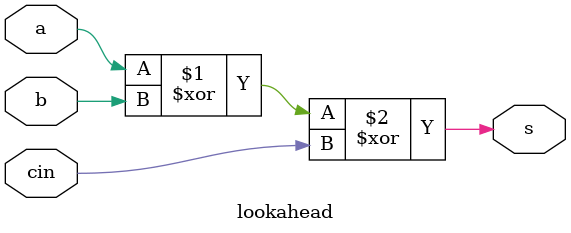
<source format=v>
`timescale 1ns / 1ps

module lookahead(
    a,
    b,
    cin,
    s);
    
    input wire[0:0]a;
    input wire[0:0]b;
    input wire[0:0]cin;
    output wire[0:0]s;
   //one bit adder using dataflow modeling
   assign s = (a ^ b) ^ cin;
   
endmodule

</source>
